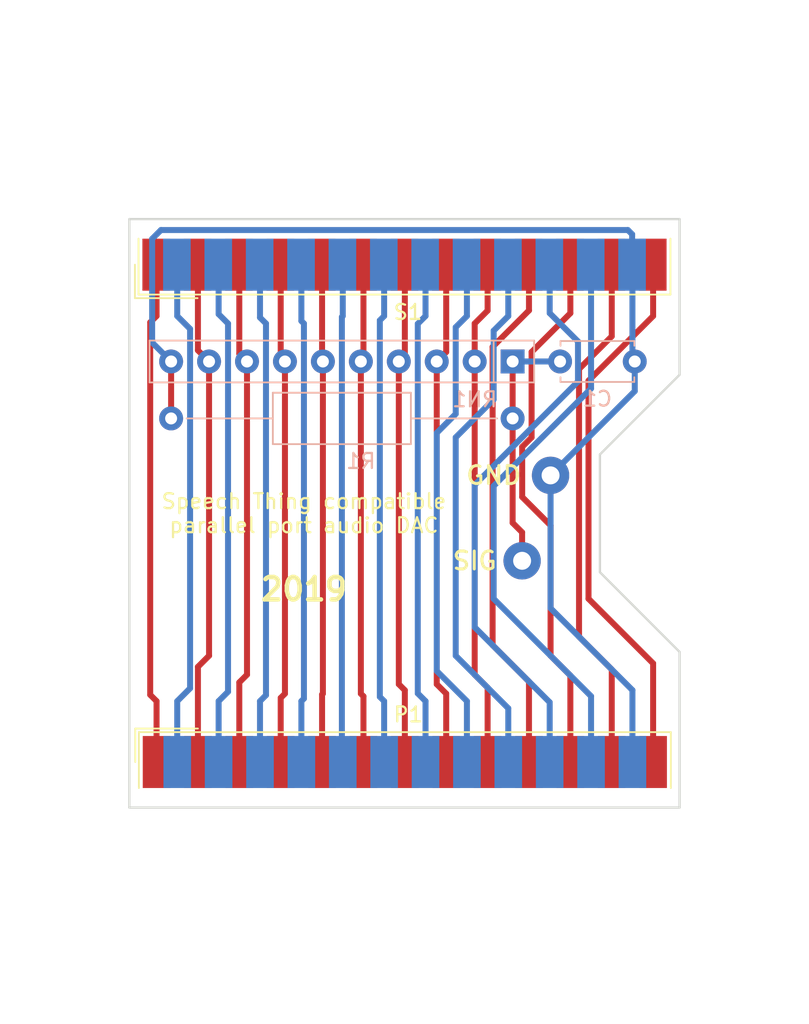
<source format=kicad_pcb>
(kicad_pcb (version 20171130) (host pcbnew 5.1.4-5.1.4)

  (general
    (thickness 1.6)
    (drawings 12)
    (tracks 175)
    (zones 0)
    (modules 7)
    (nets 27)
  )

  (page A4)
  (title_block
    (title "Generic 8 bit audio DAC")
    (date 2019-04-11)
    (company "Benedikt Freisen")
    (comment 4 "Speech Thing compatible parallel port audio DAC")
  )

  (layers
    (0 F.Cu signal)
    (31 B.Cu signal)
    (32 B.Adhes user)
    (33 F.Adhes user)
    (34 B.Paste user)
    (35 F.Paste user)
    (36 B.SilkS user)
    (37 F.SilkS user)
    (38 B.Mask user)
    (39 F.Mask user)
    (40 Dwgs.User user)
    (41 Cmts.User user)
    (42 Eco1.User user)
    (43 Eco2.User user)
    (44 Edge.Cuts user)
    (45 Margin user)
    (46 B.CrtYd user)
    (47 F.CrtYd user)
    (48 B.Fab user)
    (49 F.Fab user)
  )

  (setup
    (last_trace_width 0.4)
    (trace_clearance 0.2)
    (zone_clearance 0.508)
    (zone_45_only no)
    (trace_min 0.2)
    (via_size 0.8)
    (via_drill 0.4)
    (via_min_size 0.4)
    (via_min_drill 0.3)
    (uvia_size 0.3)
    (uvia_drill 0.1)
    (uvias_allowed no)
    (uvia_min_size 0.2)
    (uvia_min_drill 0.1)
    (edge_width 0.15)
    (segment_width 0.2)
    (pcb_text_width 0.3)
    (pcb_text_size 1.5 1.5)
    (mod_edge_width 0.15)
    (mod_text_size 1 1)
    (mod_text_width 0.15)
    (pad_size 2.5 2.5)
    (pad_drill 1.2)
    (pad_to_mask_clearance 0.051)
    (solder_mask_min_width 0.25)
    (aux_axis_origin 0 0)
    (visible_elements FFFFFF7F)
    (pcbplotparams
      (layerselection 0x010fc_ffffffff)
      (usegerberextensions false)
      (usegerberattributes false)
      (usegerberadvancedattributes false)
      (creategerberjobfile false)
      (excludeedgelayer true)
      (linewidth 0.100000)
      (plotframeref false)
      (viasonmask false)
      (mode 1)
      (useauxorigin false)
      (hpglpennumber 1)
      (hpglpenspeed 20)
      (hpglpendiameter 15.000000)
      (psnegative false)
      (psa4output false)
      (plotreference true)
      (plotvalue true)
      (plotinvisibletext false)
      (padsonsilk false)
      (subtractmaskfromsilk false)
      (outputformat 1)
      (mirror false)
      (drillshape 1)
      (scaleselection 1)
      (outputdirectory ""))
  )

  (net 0 "")
  (net 1 "Net-(C1-Pad1)")
  (net 2 GND)
  (net 3 "Net-(P1-Pad24)")
  (net 4 "Net-(P1-Pad23)")
  (net 5 "Net-(P1-Pad22)")
  (net 6 "Net-(P1-Pad21)")
  (net 7 "Net-(P1-Pad20)")
  (net 8 "Net-(P1-Pad19)")
  (net 9 "Net-(P1-Pad18)")
  (net 10 "Net-(P1-Pad17)")
  (net 11 "Net-(P1-Pad16)")
  (net 12 "Net-(P1-Pad15)")
  (net 13 "Net-(P1-Pad14)")
  (net 14 "Net-(P1-Pad13)")
  (net 15 "Net-(P1-Pad12)")
  (net 16 "Net-(P1-Pad11)")
  (net 17 "Net-(P1-Pad10)")
  (net 18 "Net-(P1-Pad9)")
  (net 19 "Net-(P1-Pad8)")
  (net 20 "Net-(P1-Pad7)")
  (net 21 "Net-(P1-Pad6)")
  (net 22 "Net-(P1-Pad5)")
  (net 23 "Net-(P1-Pad4)")
  (net 24 "Net-(P1-Pad3)")
  (net 25 "Net-(P1-Pad2)")
  (net 26 "Net-(P1-Pad1)")

  (net_class Default "Dies ist die voreingestellte Netzklasse."
    (clearance 0.2)
    (trace_width 0.4)
    (via_dia 0.8)
    (via_drill 0.4)
    (uvia_dia 0.3)
    (uvia_drill 0.1)
    (add_net GND)
    (add_net "Net-(C1-Pad1)")
    (add_net "Net-(P1-Pad1)")
    (add_net "Net-(P1-Pad10)")
    (add_net "Net-(P1-Pad11)")
    (add_net "Net-(P1-Pad12)")
    (add_net "Net-(P1-Pad13)")
    (add_net "Net-(P1-Pad14)")
    (add_net "Net-(P1-Pad15)")
    (add_net "Net-(P1-Pad16)")
    (add_net "Net-(P1-Pad17)")
    (add_net "Net-(P1-Pad18)")
    (add_net "Net-(P1-Pad19)")
    (add_net "Net-(P1-Pad2)")
    (add_net "Net-(P1-Pad20)")
    (add_net "Net-(P1-Pad21)")
    (add_net "Net-(P1-Pad22)")
    (add_net "Net-(P1-Pad23)")
    (add_net "Net-(P1-Pad24)")
    (add_net "Net-(P1-Pad3)")
    (add_net "Net-(P1-Pad4)")
    (add_net "Net-(P1-Pad5)")
    (add_net "Net-(P1-Pad6)")
    (add_net "Net-(P1-Pad7)")
    (add_net "Net-(P1-Pad8)")
    (add_net "Net-(P1-Pad9)")
  )

  (module Resistor_THT:R_Axial_DIN0309_L9.0mm_D3.2mm_P20.32mm_Horizontal (layer B.Cu) (tedit 5C59F3D4) (tstamp 5C5A2F0D)
    (at 143.51 77.47 180)
    (descr "Resistor, Axial_DIN0309 series, Axial, Horizontal, pin pitch=20.32mm, 0.5W = 1/2W, length*diameter=9*3.2mm^2, http://cdn-reichelt.de/documents/datenblatt/B400/1_4W%23YAG.pdf")
    (tags "Resistor Axial_DIN0309 series Axial Horizontal pin pitch 20.32mm 0.5W = 1/2W length 9mm diameter 3.2mm")
    (path /5C576FDF)
    (fp_text reference R1 (at 10.16 -2.8575 180) (layer B.SilkS)
      (effects (font (size 1 1) (thickness 0.15)) (justify mirror))
    )
    (fp_text value 25.5k (at 10.16 -2.72 180) (layer B.Fab)
      (effects (font (size 1 1) (thickness 0.15)) (justify mirror))
    )
    (fp_line (start 6.93 1.6) (end 6.93 -1.6) (layer B.Fab) (width 0.1))
    (fp_line (start 6.93 -1.6) (end 15.93 -1.6) (layer B.Fab) (width 0.1))
    (fp_line (start 15.93 -1.6) (end 15.93 1.6) (layer B.Fab) (width 0.1))
    (fp_line (start 15.93 1.6) (end 6.93 1.6) (layer B.Fab) (width 0.1))
    (fp_line (start 0 0) (end 6.93 0) (layer B.Fab) (width 0.1))
    (fp_line (start 22.86 0) (end 15.93 0) (layer B.Fab) (width 0.1))
    (fp_line (start 6.81 1.72) (end 6.81 -1.72) (layer B.SilkS) (width 0.12))
    (fp_line (start 6.81 -1.72) (end 16.05 -1.72) (layer B.SilkS) (width 0.12))
    (fp_line (start 16.05 -1.72) (end 16.05 1.72) (layer B.SilkS) (width 0.12))
    (fp_line (start 16.05 1.72) (end 6.81 1.72) (layer B.SilkS) (width 0.12))
    (fp_line (start 1.04 0) (end 6.81 0) (layer B.SilkS) (width 0.12))
    (fp_line (start 21.82 0) (end 16.05 0) (layer B.SilkS) (width 0.12))
    (fp_line (start -1.05 1.85) (end -1.05 -1.85) (layer B.CrtYd) (width 0.05))
    (fp_line (start -1.05 -1.85) (end 23.91 -1.85) (layer B.CrtYd) (width 0.05))
    (fp_line (start 23.91 -1.85) (end 23.91 1.85) (layer B.CrtYd) (width 0.05))
    (fp_line (start 23.91 1.85) (end -1.05 1.85) (layer B.CrtYd) (width 0.05))
    (fp_text user %R (at 11.43 0 180) (layer B.Fab)
      (effects (font (size 1 1) (thickness 0.15)) (justify mirror))
    )
    (pad 1 thru_hole circle (at 0 0 180) (size 1.6 1.6) (drill 0.8) (layers *.Cu *.Mask)
      (net 1 "Net-(C1-Pad1)"))
    (pad 2 thru_hole oval (at 22.86 0 180) (size 1.6 1.6) (drill 0.8) (layers *.Cu *.Mask)
      (net 2 GND))
    (model ${KISYS3DMOD}/Resistor_THT.3dshapes/R_Axial_DIN0309_L9.0mm_D3.2mm_P20.32mm_Horizontal.wrl
      (at (xyz 0 0 0))
      (scale (xyz 1.125 1 1))
      (rotate (xyz 0 0 0))
    )
  )

  (module Resistor_THT:R_Array_SIP10 (layer B.Cu) (tedit 5A14249F) (tstamp 5C5A36A0)
    (at 143.51 73.66 180)
    (descr "10-pin Resistor SIP pack")
    (tags R)
    (path /5C576B95)
    (fp_text reference RN1 (at 2.54 -2.54 180) (layer B.SilkS)
      (effects (font (size 1 1) (thickness 0.15)) (justify mirror))
    )
    (fp_text value 4310R-R2R-104LF (at 12.7 -2.4 180) (layer B.Fab)
      (effects (font (size 1 1) (thickness 0.15)) (justify mirror))
    )
    (fp_text user %R (at 11.43 0 180) (layer B.Fab)
      (effects (font (size 1 1) (thickness 0.15)) (justify mirror))
    )
    (fp_line (start -1.29 1.25) (end -1.29 -1.25) (layer B.Fab) (width 0.1))
    (fp_line (start -1.29 -1.25) (end 24.15 -1.25) (layer B.Fab) (width 0.1))
    (fp_line (start 24.15 -1.25) (end 24.15 1.25) (layer B.Fab) (width 0.1))
    (fp_line (start 24.15 1.25) (end -1.29 1.25) (layer B.Fab) (width 0.1))
    (fp_line (start 1.27 1.25) (end 1.27 -1.25) (layer B.Fab) (width 0.1))
    (fp_line (start -1.44 1.4) (end -1.44 -1.4) (layer B.SilkS) (width 0.12))
    (fp_line (start -1.44 -1.4) (end 24.3 -1.4) (layer B.SilkS) (width 0.12))
    (fp_line (start 24.3 -1.4) (end 24.3 1.4) (layer B.SilkS) (width 0.12))
    (fp_line (start 24.3 1.4) (end -1.44 1.4) (layer B.SilkS) (width 0.12))
    (fp_line (start 1.27 1.4) (end 1.27 -1.4) (layer B.SilkS) (width 0.12))
    (fp_line (start -1.7 1.65) (end -1.7 -1.65) (layer B.CrtYd) (width 0.05))
    (fp_line (start -1.7 -1.65) (end 24.55 -1.65) (layer B.CrtYd) (width 0.05))
    (fp_line (start 24.55 -1.65) (end 24.55 1.65) (layer B.CrtYd) (width 0.05))
    (fp_line (start 24.55 1.65) (end -1.7 1.65) (layer B.CrtYd) (width 0.05))
    (pad 1 thru_hole rect (at 0 0 180) (size 1.6 1.6) (drill 0.8) (layers *.Cu *.Mask)
      (net 1 "Net-(C1-Pad1)"))
    (pad 2 thru_hole oval (at 2.54 0 180) (size 1.6 1.6) (drill 0.8) (layers *.Cu *.Mask)
      (net 18 "Net-(P1-Pad9)"))
    (pad 3 thru_hole oval (at 5.08 0 180) (size 1.6 1.6) (drill 0.8) (layers *.Cu *.Mask)
      (net 19 "Net-(P1-Pad8)"))
    (pad 4 thru_hole oval (at 7.62 0 180) (size 1.6 1.6) (drill 0.8) (layers *.Cu *.Mask)
      (net 20 "Net-(P1-Pad7)"))
    (pad 5 thru_hole oval (at 10.16 0 180) (size 1.6 1.6) (drill 0.8) (layers *.Cu *.Mask)
      (net 21 "Net-(P1-Pad6)"))
    (pad 6 thru_hole oval (at 12.7 0 180) (size 1.6 1.6) (drill 0.8) (layers *.Cu *.Mask)
      (net 22 "Net-(P1-Pad5)"))
    (pad 7 thru_hole oval (at 15.24 0 180) (size 1.6 1.6) (drill 0.8) (layers *.Cu *.Mask)
      (net 23 "Net-(P1-Pad4)"))
    (pad 8 thru_hole oval (at 17.78 0 180) (size 1.6 1.6) (drill 0.8) (layers *.Cu *.Mask)
      (net 24 "Net-(P1-Pad3)"))
    (pad 9 thru_hole oval (at 20.32 0 180) (size 1.6 1.6) (drill 0.8) (layers *.Cu *.Mask)
      (net 25 "Net-(P1-Pad2)"))
    (pad 10 thru_hole oval (at 22.86 0 180) (size 1.6 1.6) (drill 0.8) (layers *.Cu *.Mask)
      (net 2 GND))
    (model ${KISYS3DMOD}/Resistor_THT.3dshapes/R_Array_SIP10.wrl
      (at (xyz 0 0 0))
      (scale (xyz 1 1 1))
      (rotate (xyz 0 0 0))
    )
  )

  (module Connector_Dsub:DSUB-25_Male_EdgeMount_P2.77mm (layer F.Cu) (tedit 59FEDEE2) (tstamp 5CAFAEA5)
    (at 136.295001 100.457)
    (descr "25-pin D-Sub connector, solder-cups edge-mounted, male, x-pin-pitch 2.77mm, distance of mounting holes 47.1mm, see https://disti-assets.s3.amazonaws.com/tonar/files/datasheets/16730.pdf")
    (tags "25-pin D-Sub connector edge mount solder cup male x-pin-pitch 2.77mm mounting holes distance 47.1mm")
    (path /5C576E6C)
    (attr smd)
    (fp_text reference P1 (at 0.229999 -3.175) (layer F.SilkS)
      (effects (font (size 1 1) (thickness 0.15)))
    )
    (fp_text value DB25_Male (at 0 16.69) (layer F.Fab)
      (effects (font (size 1 1) (thickness 0.15)))
    )
    (fp_text user "PCB edge" (at -21.55 1.323333) (layer Dwgs.User)
      (effects (font (size 0.5 0.5) (thickness 0.075)))
    )
    (fp_text user %R (at 0 3.39) (layer F.Fab)
      (effects (font (size 1 1) (thickness 0.15)))
    )
    (fp_line (start -26.55 1.99) (end 26.55 1.99) (layer Dwgs.User) (width 0.05))
    (fp_line (start -18.043333 -2.24) (end -13.85 -2.24) (layer F.SilkS) (width 0.12))
    (fp_line (start -18.043333 0) (end -18.043333 -2.24) (layer F.SilkS) (width 0.12))
    (fp_line (start -17.803333 -2) (end -17.803333 1.74) (layer F.SilkS) (width 0.12))
    (fp_line (start 17.803333 -2) (end -17.803333 -2) (layer F.SilkS) (width 0.12))
    (fp_line (start 17.803333 1.74) (end 17.803333 -2) (layer F.SilkS) (width 0.12))
    (fp_line (start -18.05 1.5) (end -18.05 -2.25) (layer F.CrtYd) (width 0.05))
    (fp_line (start -19.05 1.5) (end -18.05 1.5) (layer F.CrtYd) (width 0.05))
    (fp_line (start -19.05 4.3) (end -19.05 1.5) (layer F.CrtYd) (width 0.05))
    (fp_line (start -20.05 4.3) (end -19.05 4.3) (layer F.CrtYd) (width 0.05))
    (fp_line (start -20.05 8.8) (end -20.05 4.3) (layer F.CrtYd) (width 0.05))
    (fp_line (start -27.05 8.8) (end -20.05 8.8) (layer F.CrtYd) (width 0.05))
    (fp_line (start -27.05 10.2) (end -27.05 8.8) (layer F.CrtYd) (width 0.05))
    (fp_line (start -19.65 10.2) (end -27.05 10.2) (layer F.CrtYd) (width 0.05))
    (fp_line (start -19.65 16.2) (end -19.65 10.2) (layer F.CrtYd) (width 0.05))
    (fp_line (start 19.65 16.2) (end -19.65 16.2) (layer F.CrtYd) (width 0.05))
    (fp_line (start 19.65 10.2) (end 19.65 16.2) (layer F.CrtYd) (width 0.05))
    (fp_line (start 27.05 10.2) (end 19.65 10.2) (layer F.CrtYd) (width 0.05))
    (fp_line (start 27.05 8.8) (end 27.05 10.2) (layer F.CrtYd) (width 0.05))
    (fp_line (start 20.05 8.8) (end 27.05 8.8) (layer F.CrtYd) (width 0.05))
    (fp_line (start 20.05 4.3) (end 20.05 8.8) (layer F.CrtYd) (width 0.05))
    (fp_line (start 19.05 4.3) (end 20.05 4.3) (layer F.CrtYd) (width 0.05))
    (fp_line (start 19.05 1.5) (end 19.05 4.3) (layer F.CrtYd) (width 0.05))
    (fp_line (start 18.05 1.5) (end 19.05 1.5) (layer F.CrtYd) (width 0.05))
    (fp_line (start 18.05 -2.25) (end 18.05 1.5) (layer F.CrtYd) (width 0.05))
    (fp_line (start -18.05 -2.25) (end 18.05 -2.25) (layer F.CrtYd) (width 0.05))
    (fp_line (start 19.15 9.69) (end -19.15 9.69) (layer F.Fab) (width 0.1))
    (fp_line (start 19.15 15.69) (end 19.15 9.69) (layer F.Fab) (width 0.1))
    (fp_line (start -19.15 15.69) (end 19.15 15.69) (layer F.Fab) (width 0.1))
    (fp_line (start -19.15 9.69) (end -19.15 15.69) (layer F.Fab) (width 0.1))
    (fp_line (start 26.55 9.29) (end -26.55 9.29) (layer F.Fab) (width 0.1))
    (fp_line (start 26.55 9.69) (end 26.55 9.29) (layer F.Fab) (width 0.1))
    (fp_line (start -26.55 9.69) (end 26.55 9.69) (layer F.Fab) (width 0.1))
    (fp_line (start -26.55 9.29) (end -26.55 9.69) (layer F.Fab) (width 0.1))
    (fp_line (start 19.55 4.79) (end -19.55 4.79) (layer F.Fab) (width 0.1))
    (fp_line (start 19.55 9.29) (end 19.55 4.79) (layer F.Fab) (width 0.1))
    (fp_line (start -19.55 9.29) (end 19.55 9.29) (layer F.Fab) (width 0.1))
    (fp_line (start -19.55 4.79) (end -19.55 9.29) (layer F.Fab) (width 0.1))
    (fp_line (start 18.55 1.99) (end -18.55 1.99) (layer F.Fab) (width 0.1))
    (fp_line (start 18.55 4.79) (end 18.55 1.99) (layer F.Fab) (width 0.1))
    (fp_line (start -18.55 4.79) (end 18.55 4.79) (layer F.Fab) (width 0.1))
    (fp_line (start -18.55 1.99) (end -18.55 4.79) (layer F.Fab) (width 0.1))
    (fp_line (start 15.835 -0.91) (end 14.635 -0.91) (layer B.Fab) (width 0.1))
    (fp_line (start 15.835 1.99) (end 15.835 -0.91) (layer B.Fab) (width 0.1))
    (fp_line (start 14.635 1.99) (end 15.835 1.99) (layer B.Fab) (width 0.1))
    (fp_line (start 14.635 -0.91) (end 14.635 1.99) (layer B.Fab) (width 0.1))
    (fp_line (start 13.065 -0.91) (end 11.865 -0.91) (layer B.Fab) (width 0.1))
    (fp_line (start 13.065 1.99) (end 13.065 -0.91) (layer B.Fab) (width 0.1))
    (fp_line (start 11.865 1.99) (end 13.065 1.99) (layer B.Fab) (width 0.1))
    (fp_line (start 11.865 -0.91) (end 11.865 1.99) (layer B.Fab) (width 0.1))
    (fp_line (start 10.295 -0.91) (end 9.095 -0.91) (layer B.Fab) (width 0.1))
    (fp_line (start 10.295 1.99) (end 10.295 -0.91) (layer B.Fab) (width 0.1))
    (fp_line (start 9.095 1.99) (end 10.295 1.99) (layer B.Fab) (width 0.1))
    (fp_line (start 9.095 -0.91) (end 9.095 1.99) (layer B.Fab) (width 0.1))
    (fp_line (start 7.525 -0.91) (end 6.325 -0.91) (layer B.Fab) (width 0.1))
    (fp_line (start 7.525 1.99) (end 7.525 -0.91) (layer B.Fab) (width 0.1))
    (fp_line (start 6.325 1.99) (end 7.525 1.99) (layer B.Fab) (width 0.1))
    (fp_line (start 6.325 -0.91) (end 6.325 1.99) (layer B.Fab) (width 0.1))
    (fp_line (start 4.755 -0.91) (end 3.555 -0.91) (layer B.Fab) (width 0.1))
    (fp_line (start 4.755 1.99) (end 4.755 -0.91) (layer B.Fab) (width 0.1))
    (fp_line (start 3.555 1.99) (end 4.755 1.99) (layer B.Fab) (width 0.1))
    (fp_line (start 3.555 -0.91) (end 3.555 1.99) (layer B.Fab) (width 0.1))
    (fp_line (start 1.985 -0.91) (end 0.785 -0.91) (layer B.Fab) (width 0.1))
    (fp_line (start 1.985 1.99) (end 1.985 -0.91) (layer B.Fab) (width 0.1))
    (fp_line (start 0.785 1.99) (end 1.985 1.99) (layer B.Fab) (width 0.1))
    (fp_line (start 0.785 -0.91) (end 0.785 1.99) (layer B.Fab) (width 0.1))
    (fp_line (start -0.785 -0.91) (end -1.985 -0.91) (layer B.Fab) (width 0.1))
    (fp_line (start -0.785 1.99) (end -0.785 -0.91) (layer B.Fab) (width 0.1))
    (fp_line (start -1.985 1.99) (end -0.785 1.99) (layer B.Fab) (width 0.1))
    (fp_line (start -1.985 -0.91) (end -1.985 1.99) (layer B.Fab) (width 0.1))
    (fp_line (start -3.555 -0.91) (end -4.755 -0.91) (layer B.Fab) (width 0.1))
    (fp_line (start -3.555 1.99) (end -3.555 -0.91) (layer B.Fab) (width 0.1))
    (fp_line (start -4.755 1.99) (end -3.555 1.99) (layer B.Fab) (width 0.1))
    (fp_line (start -4.755 -0.91) (end -4.755 1.99) (layer B.Fab) (width 0.1))
    (fp_line (start -6.325 -0.91) (end -7.525 -0.91) (layer B.Fab) (width 0.1))
    (fp_line (start -6.325 1.99) (end -6.325 -0.91) (layer B.Fab) (width 0.1))
    (fp_line (start -7.525 1.99) (end -6.325 1.99) (layer B.Fab) (width 0.1))
    (fp_line (start -7.525 -0.91) (end -7.525 1.99) (layer B.Fab) (width 0.1))
    (fp_line (start -9.095 -0.91) (end -10.295 -0.91) (layer B.Fab) (width 0.1))
    (fp_line (start -9.095 1.99) (end -9.095 -0.91) (layer B.Fab) (width 0.1))
    (fp_line (start -10.295 1.99) (end -9.095 1.99) (layer B.Fab) (width 0.1))
    (fp_line (start -10.295 -0.91) (end -10.295 1.99) (layer B.Fab) (width 0.1))
    (fp_line (start -11.865 -0.91) (end -13.065 -0.91) (layer B.Fab) (width 0.1))
    (fp_line (start -11.865 1.99) (end -11.865 -0.91) (layer B.Fab) (width 0.1))
    (fp_line (start -13.065 1.99) (end -11.865 1.99) (layer B.Fab) (width 0.1))
    (fp_line (start -13.065 -0.91) (end -13.065 1.99) (layer B.Fab) (width 0.1))
    (fp_line (start -14.635 -0.91) (end -15.835 -0.91) (layer B.Fab) (width 0.1))
    (fp_line (start -14.635 1.99) (end -14.635 -0.91) (layer B.Fab) (width 0.1))
    (fp_line (start -15.835 1.99) (end -14.635 1.99) (layer B.Fab) (width 0.1))
    (fp_line (start -15.835 -0.91) (end -15.835 1.99) (layer B.Fab) (width 0.1))
    (fp_line (start 17.22 -0.91) (end 16.02 -0.91) (layer F.Fab) (width 0.1))
    (fp_line (start 17.22 1.99) (end 17.22 -0.91) (layer F.Fab) (width 0.1))
    (fp_line (start 16.02 1.99) (end 17.22 1.99) (layer F.Fab) (width 0.1))
    (fp_line (start 16.02 -0.91) (end 16.02 1.99) (layer F.Fab) (width 0.1))
    (fp_line (start 14.45 -0.91) (end 13.25 -0.91) (layer F.Fab) (width 0.1))
    (fp_line (start 14.45 1.99) (end 14.45 -0.91) (layer F.Fab) (width 0.1))
    (fp_line (start 13.25 1.99) (end 14.45 1.99) (layer F.Fab) (width 0.1))
    (fp_line (start 13.25 -0.91) (end 13.25 1.99) (layer F.Fab) (width 0.1))
    (fp_line (start 11.68 -0.91) (end 10.48 -0.91) (layer F.Fab) (width 0.1))
    (fp_line (start 11.68 1.99) (end 11.68 -0.91) (layer F.Fab) (width 0.1))
    (fp_line (start 10.48 1.99) (end 11.68 1.99) (layer F.Fab) (width 0.1))
    (fp_line (start 10.48 -0.91) (end 10.48 1.99) (layer F.Fab) (width 0.1))
    (fp_line (start 8.91 -0.91) (end 7.71 -0.91) (layer F.Fab) (width 0.1))
    (fp_line (start 8.91 1.99) (end 8.91 -0.91) (layer F.Fab) (width 0.1))
    (fp_line (start 7.71 1.99) (end 8.91 1.99) (layer F.Fab) (width 0.1))
    (fp_line (start 7.71 -0.91) (end 7.71 1.99) (layer F.Fab) (width 0.1))
    (fp_line (start 6.14 -0.91) (end 4.94 -0.91) (layer F.Fab) (width 0.1))
    (fp_line (start 6.14 1.99) (end 6.14 -0.91) (layer F.Fab) (width 0.1))
    (fp_line (start 4.94 1.99) (end 6.14 1.99) (layer F.Fab) (width 0.1))
    (fp_line (start 4.94 -0.91) (end 4.94 1.99) (layer F.Fab) (width 0.1))
    (fp_line (start 3.37 -0.91) (end 2.17 -0.91) (layer F.Fab) (width 0.1))
    (fp_line (start 3.37 1.99) (end 3.37 -0.91) (layer F.Fab) (width 0.1))
    (fp_line (start 2.17 1.99) (end 3.37 1.99) (layer F.Fab) (width 0.1))
    (fp_line (start 2.17 -0.91) (end 2.17 1.99) (layer F.Fab) (width 0.1))
    (fp_line (start 0.6 -0.91) (end -0.6 -0.91) (layer F.Fab) (width 0.1))
    (fp_line (start 0.6 1.99) (end 0.6 -0.91) (layer F.Fab) (width 0.1))
    (fp_line (start -0.6 1.99) (end 0.6 1.99) (layer F.Fab) (width 0.1))
    (fp_line (start -0.6 -0.91) (end -0.6 1.99) (layer F.Fab) (width 0.1))
    (fp_line (start -2.17 -0.91) (end -3.37 -0.91) (layer F.Fab) (width 0.1))
    (fp_line (start -2.17 1.99) (end -2.17 -0.91) (layer F.Fab) (width 0.1))
    (fp_line (start -3.37 1.99) (end -2.17 1.99) (layer F.Fab) (width 0.1))
    (fp_line (start -3.37 -0.91) (end -3.37 1.99) (layer F.Fab) (width 0.1))
    (fp_line (start -4.94 -0.91) (end -6.14 -0.91) (layer F.Fab) (width 0.1))
    (fp_line (start -4.94 1.99) (end -4.94 -0.91) (layer F.Fab) (width 0.1))
    (fp_line (start -6.14 1.99) (end -4.94 1.99) (layer F.Fab) (width 0.1))
    (fp_line (start -6.14 -0.91) (end -6.14 1.99) (layer F.Fab) (width 0.1))
    (fp_line (start -7.71 -0.91) (end -8.91 -0.91) (layer F.Fab) (width 0.1))
    (fp_line (start -7.71 1.99) (end -7.71 -0.91) (layer F.Fab) (width 0.1))
    (fp_line (start -8.91 1.99) (end -7.71 1.99) (layer F.Fab) (width 0.1))
    (fp_line (start -8.91 -0.91) (end -8.91 1.99) (layer F.Fab) (width 0.1))
    (fp_line (start -10.48 -0.91) (end -11.68 -0.91) (layer F.Fab) (width 0.1))
    (fp_line (start -10.48 1.99) (end -10.48 -0.91) (layer F.Fab) (width 0.1))
    (fp_line (start -11.68 1.99) (end -10.48 1.99) (layer F.Fab) (width 0.1))
    (fp_line (start -11.68 -0.91) (end -11.68 1.99) (layer F.Fab) (width 0.1))
    (fp_line (start -13.25 -0.91) (end -14.45 -0.91) (layer F.Fab) (width 0.1))
    (fp_line (start -13.25 1.99) (end -13.25 -0.91) (layer F.Fab) (width 0.1))
    (fp_line (start -14.45 1.99) (end -13.25 1.99) (layer F.Fab) (width 0.1))
    (fp_line (start -14.45 -0.91) (end -14.45 1.99) (layer F.Fab) (width 0.1))
    (fp_line (start -16.02 -0.91) (end -17.22 -0.91) (layer F.Fab) (width 0.1))
    (fp_line (start -16.02 1.99) (end -16.02 -0.91) (layer F.Fab) (width 0.1))
    (fp_line (start -17.22 1.99) (end -16.02 1.99) (layer F.Fab) (width 0.1))
    (fp_line (start -17.22 -0.91) (end -17.22 1.99) (layer F.Fab) (width 0.1))
    (pad 25 smd rect (at 15.235 0) (size 1.846667 3.48) (layers B.Cu B.Paste B.Mask)
      (net 2 GND))
    (pad 24 smd rect (at 12.465 0) (size 1.846667 3.48) (layers B.Cu B.Paste B.Mask)
      (net 3 "Net-(P1-Pad24)"))
    (pad 23 smd rect (at 9.695 0) (size 1.846667 3.48) (layers B.Cu B.Paste B.Mask)
      (net 4 "Net-(P1-Pad23)"))
    (pad 22 smd rect (at 6.925 0) (size 1.846667 3.48) (layers B.Cu B.Paste B.Mask)
      (net 5 "Net-(P1-Pad22)"))
    (pad 21 smd rect (at 4.155 0) (size 1.846667 3.48) (layers B.Cu B.Paste B.Mask)
      (net 6 "Net-(P1-Pad21)"))
    (pad 20 smd rect (at 1.385 0) (size 1.846667 3.48) (layers B.Cu B.Paste B.Mask)
      (net 7 "Net-(P1-Pad20)"))
    (pad 19 smd rect (at -1.385 0) (size 1.846667 3.48) (layers B.Cu B.Paste B.Mask)
      (net 8 "Net-(P1-Pad19)"))
    (pad 18 smd rect (at -4.155 0) (size 1.846667 3.48) (layers B.Cu B.Paste B.Mask)
      (net 9 "Net-(P1-Pad18)"))
    (pad 17 smd rect (at -6.925 0) (size 1.846667 3.48) (layers B.Cu B.Paste B.Mask)
      (net 10 "Net-(P1-Pad17)"))
    (pad 16 smd rect (at -9.695 0) (size 1.846667 3.48) (layers B.Cu B.Paste B.Mask)
      (net 11 "Net-(P1-Pad16)"))
    (pad 15 smd rect (at -12.465 0) (size 1.846667 3.48) (layers B.Cu B.Paste B.Mask)
      (net 12 "Net-(P1-Pad15)"))
    (pad 14 smd rect (at -15.235 0) (size 1.846667 3.48) (layers B.Cu B.Paste B.Mask)
      (net 13 "Net-(P1-Pad14)"))
    (pad 13 smd rect (at 16.62 0) (size 1.846667 3.48) (layers F.Cu F.Paste F.Mask)
      (net 14 "Net-(P1-Pad13)"))
    (pad 12 smd rect (at 13.85 0) (size 1.846667 3.48) (layers F.Cu F.Paste F.Mask)
      (net 15 "Net-(P1-Pad12)"))
    (pad 11 smd rect (at 11.08 0) (size 1.846667 3.48) (layers F.Cu F.Paste F.Mask)
      (net 16 "Net-(P1-Pad11)"))
    (pad 10 smd rect (at 8.31 0) (size 1.846667 3.48) (layers F.Cu F.Paste F.Mask)
      (net 17 "Net-(P1-Pad10)"))
    (pad 9 smd rect (at 5.54 0) (size 1.846667 3.48) (layers F.Cu F.Paste F.Mask)
      (net 18 "Net-(P1-Pad9)"))
    (pad 8 smd rect (at 2.77 0) (size 1.846667 3.48) (layers F.Cu F.Paste F.Mask)
      (net 19 "Net-(P1-Pad8)"))
    (pad 7 smd rect (at 0 0) (size 1.846667 3.48) (layers F.Cu F.Paste F.Mask)
      (net 20 "Net-(P1-Pad7)"))
    (pad 6 smd rect (at -2.77 0) (size 1.846667 3.48) (layers F.Cu F.Paste F.Mask)
      (net 21 "Net-(P1-Pad6)"))
    (pad 5 smd rect (at -5.54 0) (size 1.846667 3.48) (layers F.Cu F.Paste F.Mask)
      (net 22 "Net-(P1-Pad5)"))
    (pad 4 smd rect (at -8.31 0) (size 1.846667 3.48) (layers F.Cu F.Paste F.Mask)
      (net 23 "Net-(P1-Pad4)"))
    (pad 3 smd rect (at -11.08 0) (size 1.846667 3.48) (layers F.Cu F.Paste F.Mask)
      (net 24 "Net-(P1-Pad3)"))
    (pad 2 smd rect (at -13.85 0) (size 1.846667 3.48) (layers F.Cu F.Paste F.Mask)
      (net 25 "Net-(P1-Pad2)"))
    (pad 1 smd rect (at -16.62 0) (size 1.846667 3.48) (layers F.Cu F.Paste F.Mask)
      (net 26 "Net-(P1-Pad1)"))
    (model ${KISYS3DMOD}/Connector_Dsub.3dshapes/DSUB-25_Male_EdgeMount_P2.77mm.wrl
      (at (xyz 0 0 0))
      (scale (xyz 1 1 1))
      (rotate (xyz 0 0 0))
    )
  )

  (module Connector_Dsub:DSUB-25_Female_EdgeMount_P2.77mm (layer F.Cu) (tedit 59FEDEE2) (tstamp 5C5A1BDD)
    (at 136.271 67.183 180)
    (descr "25-pin D-Sub connector, solder-cups edge-mounted, female, x-pin-pitch 2.77mm, distance of mounting holes 47.1mm, see https://disti-assets.s3.amazonaws.com/tonar/files/datasheets/16730.pdf")
    (tags "25-pin D-Sub connector edge mount solder cup female x-pin-pitch 2.77mm mounting holes distance 47.1mm")
    (path /5C576D6D)
    (attr smd)
    (fp_text reference S1 (at -0.229999 -3.175 180) (layer F.SilkS)
      (effects (font (size 1 1) (thickness 0.15)))
    )
    (fp_text value DB25_Female (at 0 16.86 180) (layer F.Fab)
      (effects (font (size 1 1) (thickness 0.15)))
    )
    (fp_line (start 16.02 -0.91) (end 16.02 1.99) (layer F.Fab) (width 0.1))
    (fp_line (start 16.02 1.99) (end 17.22 1.99) (layer F.Fab) (width 0.1))
    (fp_line (start 17.22 1.99) (end 17.22 -0.91) (layer F.Fab) (width 0.1))
    (fp_line (start 17.22 -0.91) (end 16.02 -0.91) (layer F.Fab) (width 0.1))
    (fp_line (start 13.25 -0.91) (end 13.25 1.99) (layer F.Fab) (width 0.1))
    (fp_line (start 13.25 1.99) (end 14.45 1.99) (layer F.Fab) (width 0.1))
    (fp_line (start 14.45 1.99) (end 14.45 -0.91) (layer F.Fab) (width 0.1))
    (fp_line (start 14.45 -0.91) (end 13.25 -0.91) (layer F.Fab) (width 0.1))
    (fp_line (start 10.48 -0.91) (end 10.48 1.99) (layer F.Fab) (width 0.1))
    (fp_line (start 10.48 1.99) (end 11.68 1.99) (layer F.Fab) (width 0.1))
    (fp_line (start 11.68 1.99) (end 11.68 -0.91) (layer F.Fab) (width 0.1))
    (fp_line (start 11.68 -0.91) (end 10.48 -0.91) (layer F.Fab) (width 0.1))
    (fp_line (start 7.71 -0.91) (end 7.71 1.99) (layer F.Fab) (width 0.1))
    (fp_line (start 7.71 1.99) (end 8.91 1.99) (layer F.Fab) (width 0.1))
    (fp_line (start 8.91 1.99) (end 8.91 -0.91) (layer F.Fab) (width 0.1))
    (fp_line (start 8.91 -0.91) (end 7.71 -0.91) (layer F.Fab) (width 0.1))
    (fp_line (start 4.94 -0.91) (end 4.94 1.99) (layer F.Fab) (width 0.1))
    (fp_line (start 4.94 1.99) (end 6.14 1.99) (layer F.Fab) (width 0.1))
    (fp_line (start 6.14 1.99) (end 6.14 -0.91) (layer F.Fab) (width 0.1))
    (fp_line (start 6.14 -0.91) (end 4.94 -0.91) (layer F.Fab) (width 0.1))
    (fp_line (start 2.17 -0.91) (end 2.17 1.99) (layer F.Fab) (width 0.1))
    (fp_line (start 2.17 1.99) (end 3.37 1.99) (layer F.Fab) (width 0.1))
    (fp_line (start 3.37 1.99) (end 3.37 -0.91) (layer F.Fab) (width 0.1))
    (fp_line (start 3.37 -0.91) (end 2.17 -0.91) (layer F.Fab) (width 0.1))
    (fp_line (start -0.6 -0.91) (end -0.6 1.99) (layer F.Fab) (width 0.1))
    (fp_line (start -0.6 1.99) (end 0.6 1.99) (layer F.Fab) (width 0.1))
    (fp_line (start 0.6 1.99) (end 0.6 -0.91) (layer F.Fab) (width 0.1))
    (fp_line (start 0.6 -0.91) (end -0.6 -0.91) (layer F.Fab) (width 0.1))
    (fp_line (start -3.37 -0.91) (end -3.37 1.99) (layer F.Fab) (width 0.1))
    (fp_line (start -3.37 1.99) (end -2.17 1.99) (layer F.Fab) (width 0.1))
    (fp_line (start -2.17 1.99) (end -2.17 -0.91) (layer F.Fab) (width 0.1))
    (fp_line (start -2.17 -0.91) (end -3.37 -0.91) (layer F.Fab) (width 0.1))
    (fp_line (start -6.14 -0.91) (end -6.14 1.99) (layer F.Fab) (width 0.1))
    (fp_line (start -6.14 1.99) (end -4.94 1.99) (layer F.Fab) (width 0.1))
    (fp_line (start -4.94 1.99) (end -4.94 -0.91) (layer F.Fab) (width 0.1))
    (fp_line (start -4.94 -0.91) (end -6.14 -0.91) (layer F.Fab) (width 0.1))
    (fp_line (start -8.91 -0.91) (end -8.91 1.99) (layer F.Fab) (width 0.1))
    (fp_line (start -8.91 1.99) (end -7.71 1.99) (layer F.Fab) (width 0.1))
    (fp_line (start -7.71 1.99) (end -7.71 -0.91) (layer F.Fab) (width 0.1))
    (fp_line (start -7.71 -0.91) (end -8.91 -0.91) (layer F.Fab) (width 0.1))
    (fp_line (start -11.68 -0.91) (end -11.68 1.99) (layer F.Fab) (width 0.1))
    (fp_line (start -11.68 1.99) (end -10.48 1.99) (layer F.Fab) (width 0.1))
    (fp_line (start -10.48 1.99) (end -10.48 -0.91) (layer F.Fab) (width 0.1))
    (fp_line (start -10.48 -0.91) (end -11.68 -0.91) (layer F.Fab) (width 0.1))
    (fp_line (start -14.45 -0.91) (end -14.45 1.99) (layer F.Fab) (width 0.1))
    (fp_line (start -14.45 1.99) (end -13.25 1.99) (layer F.Fab) (width 0.1))
    (fp_line (start -13.25 1.99) (end -13.25 -0.91) (layer F.Fab) (width 0.1))
    (fp_line (start -13.25 -0.91) (end -14.45 -0.91) (layer F.Fab) (width 0.1))
    (fp_line (start -17.22 -0.91) (end -17.22 1.99) (layer F.Fab) (width 0.1))
    (fp_line (start -17.22 1.99) (end -16.02 1.99) (layer F.Fab) (width 0.1))
    (fp_line (start -16.02 1.99) (end -16.02 -0.91) (layer F.Fab) (width 0.1))
    (fp_line (start -16.02 -0.91) (end -17.22 -0.91) (layer F.Fab) (width 0.1))
    (fp_line (start 14.635 -0.91) (end 14.635 1.99) (layer B.Fab) (width 0.1))
    (fp_line (start 14.635 1.99) (end 15.835 1.99) (layer B.Fab) (width 0.1))
    (fp_line (start 15.835 1.99) (end 15.835 -0.91) (layer B.Fab) (width 0.1))
    (fp_line (start 15.835 -0.91) (end 14.635 -0.91) (layer B.Fab) (width 0.1))
    (fp_line (start 11.865 -0.91) (end 11.865 1.99) (layer B.Fab) (width 0.1))
    (fp_line (start 11.865 1.99) (end 13.065 1.99) (layer B.Fab) (width 0.1))
    (fp_line (start 13.065 1.99) (end 13.065 -0.91) (layer B.Fab) (width 0.1))
    (fp_line (start 13.065 -0.91) (end 11.865 -0.91) (layer B.Fab) (width 0.1))
    (fp_line (start 9.095 -0.91) (end 9.095 1.99) (layer B.Fab) (width 0.1))
    (fp_line (start 9.095 1.99) (end 10.295 1.99) (layer B.Fab) (width 0.1))
    (fp_line (start 10.295 1.99) (end 10.295 -0.91) (layer B.Fab) (width 0.1))
    (fp_line (start 10.295 -0.91) (end 9.095 -0.91) (layer B.Fab) (width 0.1))
    (fp_line (start 6.325 -0.91) (end 6.325 1.99) (layer B.Fab) (width 0.1))
    (fp_line (start 6.325 1.99) (end 7.525 1.99) (layer B.Fab) (width 0.1))
    (fp_line (start 7.525 1.99) (end 7.525 -0.91) (layer B.Fab) (width 0.1))
    (fp_line (start 7.525 -0.91) (end 6.325 -0.91) (layer B.Fab) (width 0.1))
    (fp_line (start 3.555 -0.91) (end 3.555 1.99) (layer B.Fab) (width 0.1))
    (fp_line (start 3.555 1.99) (end 4.755 1.99) (layer B.Fab) (width 0.1))
    (fp_line (start 4.755 1.99) (end 4.755 -0.91) (layer B.Fab) (width 0.1))
    (fp_line (start 4.755 -0.91) (end 3.555 -0.91) (layer B.Fab) (width 0.1))
    (fp_line (start 0.785 -0.91) (end 0.785 1.99) (layer B.Fab) (width 0.1))
    (fp_line (start 0.785 1.99) (end 1.985 1.99) (layer B.Fab) (width 0.1))
    (fp_line (start 1.985 1.99) (end 1.985 -0.91) (layer B.Fab) (width 0.1))
    (fp_line (start 1.985 -0.91) (end 0.785 -0.91) (layer B.Fab) (width 0.1))
    (fp_line (start -1.985 -0.91) (end -1.985 1.99) (layer B.Fab) (width 0.1))
    (fp_line (start -1.985 1.99) (end -0.785 1.99) (layer B.Fab) (width 0.1))
    (fp_line (start -0.785 1.99) (end -0.785 -0.91) (layer B.Fab) (width 0.1))
    (fp_line (start -0.785 -0.91) (end -1.985 -0.91) (layer B.Fab) (width 0.1))
    (fp_line (start -4.755 -0.91) (end -4.755 1.99) (layer B.Fab) (width 0.1))
    (fp_line (start -4.755 1.99) (end -3.555 1.99) (layer B.Fab) (width 0.1))
    (fp_line (start -3.555 1.99) (end -3.555 -0.91) (layer B.Fab) (width 0.1))
    (fp_line (start -3.555 -0.91) (end -4.755 -0.91) (layer B.Fab) (width 0.1))
    (fp_line (start -7.525 -0.91) (end -7.525 1.99) (layer B.Fab) (width 0.1))
    (fp_line (start -7.525 1.99) (end -6.325 1.99) (layer B.Fab) (width 0.1))
    (fp_line (start -6.325 1.99) (end -6.325 -0.91) (layer B.Fab) (width 0.1))
    (fp_line (start -6.325 -0.91) (end -7.525 -0.91) (layer B.Fab) (width 0.1))
    (fp_line (start -10.295 -0.91) (end -10.295 1.99) (layer B.Fab) (width 0.1))
    (fp_line (start -10.295 1.99) (end -9.095 1.99) (layer B.Fab) (width 0.1))
    (fp_line (start -9.095 1.99) (end -9.095 -0.91) (layer B.Fab) (width 0.1))
    (fp_line (start -9.095 -0.91) (end -10.295 -0.91) (layer B.Fab) (width 0.1))
    (fp_line (start -13.065 -0.91) (end -13.065 1.99) (layer B.Fab) (width 0.1))
    (fp_line (start -13.065 1.99) (end -11.865 1.99) (layer B.Fab) (width 0.1))
    (fp_line (start -11.865 1.99) (end -11.865 -0.91) (layer B.Fab) (width 0.1))
    (fp_line (start -11.865 -0.91) (end -13.065 -0.91) (layer B.Fab) (width 0.1))
    (fp_line (start -15.835 -0.91) (end -15.835 1.99) (layer B.Fab) (width 0.1))
    (fp_line (start -15.835 1.99) (end -14.635 1.99) (layer B.Fab) (width 0.1))
    (fp_line (start -14.635 1.99) (end -14.635 -0.91) (layer B.Fab) (width 0.1))
    (fp_line (start -14.635 -0.91) (end -15.835 -0.91) (layer B.Fab) (width 0.1))
    (fp_line (start -18.55 1.99) (end -18.55 4.79) (layer F.Fab) (width 0.1))
    (fp_line (start -18.55 4.79) (end 18.55 4.79) (layer F.Fab) (width 0.1))
    (fp_line (start 18.55 4.79) (end 18.55 1.99) (layer F.Fab) (width 0.1))
    (fp_line (start 18.55 1.99) (end -18.55 1.99) (layer F.Fab) (width 0.1))
    (fp_line (start -19.55 4.79) (end -19.55 9.29) (layer F.Fab) (width 0.1))
    (fp_line (start -19.55 9.29) (end 19.55 9.29) (layer F.Fab) (width 0.1))
    (fp_line (start 19.55 9.29) (end 19.55 4.79) (layer F.Fab) (width 0.1))
    (fp_line (start 19.55 4.79) (end -19.55 4.79) (layer F.Fab) (width 0.1))
    (fp_line (start -26.55 9.29) (end -26.55 9.69) (layer F.Fab) (width 0.1))
    (fp_line (start -26.55 9.69) (end 26.55 9.69) (layer F.Fab) (width 0.1))
    (fp_line (start 26.55 9.69) (end 26.55 9.29) (layer F.Fab) (width 0.1))
    (fp_line (start 26.55 9.29) (end -26.55 9.29) (layer F.Fab) (width 0.1))
    (fp_line (start -19.15 9.69) (end -19.15 15.86) (layer F.Fab) (width 0.1))
    (fp_line (start -19.15 15.86) (end 19.15 15.86) (layer F.Fab) (width 0.1))
    (fp_line (start 19.15 15.86) (end 19.15 9.69) (layer F.Fab) (width 0.1))
    (fp_line (start 19.15 9.69) (end -19.15 9.69) (layer F.Fab) (width 0.1))
    (fp_line (start -18.05 -2.25) (end 18.05 -2.25) (layer F.CrtYd) (width 0.05))
    (fp_line (start 18.05 -2.25) (end 18.05 1.5) (layer F.CrtYd) (width 0.05))
    (fp_line (start 18.05 1.5) (end 19.05 1.5) (layer F.CrtYd) (width 0.05))
    (fp_line (start 19.05 1.5) (end 19.05 4.3) (layer F.CrtYd) (width 0.05))
    (fp_line (start 19.05 4.3) (end 20.05 4.3) (layer F.CrtYd) (width 0.05))
    (fp_line (start 20.05 4.3) (end 20.05 8.8) (layer F.CrtYd) (width 0.05))
    (fp_line (start 20.05 8.8) (end 27.05 8.8) (layer F.CrtYd) (width 0.05))
    (fp_line (start 27.05 8.8) (end 27.05 10.2) (layer F.CrtYd) (width 0.05))
    (fp_line (start 27.05 10.2) (end 19.65 10.2) (layer F.CrtYd) (width 0.05))
    (fp_line (start 19.65 10.2) (end 19.65 16.4) (layer F.CrtYd) (width 0.05))
    (fp_line (start 19.65 16.4) (end -19.65 16.4) (layer F.CrtYd) (width 0.05))
    (fp_line (start -19.65 16.4) (end -19.65 10.2) (layer F.CrtYd) (width 0.05))
    (fp_line (start -19.65 10.2) (end -27.05 10.2) (layer F.CrtYd) (width 0.05))
    (fp_line (start -27.05 10.2) (end -27.05 8.8) (layer F.CrtYd) (width 0.05))
    (fp_line (start -27.05 8.8) (end -20.05 8.8) (layer F.CrtYd) (width 0.05))
    (fp_line (start -20.05 8.8) (end -20.05 4.3) (layer F.CrtYd) (width 0.05))
    (fp_line (start -20.05 4.3) (end -19.05 4.3) (layer F.CrtYd) (width 0.05))
    (fp_line (start -19.05 4.3) (end -19.05 1.5) (layer F.CrtYd) (width 0.05))
    (fp_line (start -19.05 1.5) (end -18.05 1.5) (layer F.CrtYd) (width 0.05))
    (fp_line (start -18.05 1.5) (end -18.05 -2.25) (layer F.CrtYd) (width 0.05))
    (fp_line (start 17.803333 1.74) (end 17.803333 -2) (layer F.SilkS) (width 0.12))
    (fp_line (start 17.803333 -2) (end -17.803333 -2) (layer F.SilkS) (width 0.12))
    (fp_line (start -17.803333 -2) (end -17.803333 1.74) (layer F.SilkS) (width 0.12))
    (fp_line (start 18.043333 0) (end 18.043333 -2.24) (layer F.SilkS) (width 0.12))
    (fp_line (start 18.043333 -2.24) (end 13.85 -2.24) (layer F.SilkS) (width 0.12))
    (fp_line (start -26.55 1.99) (end 26.55 1.99) (layer Dwgs.User) (width 0.05))
    (fp_text user %R (at 0 3.39 180) (layer F.Fab)
      (effects (font (size 1 1) (thickness 0.15)))
    )
    (fp_text user "PCB edge" (at -21.55 1.323333 180) (layer Dwgs.User)
      (effects (font (size 0.5 0.5) (thickness 0.075)))
    )
    (pad 1 smd rect (at 16.62 0 180) (size 1.846667 3.48) (layers F.Cu F.Paste F.Mask)
      (net 26 "Net-(P1-Pad1)"))
    (pad 2 smd rect (at 13.85 0 180) (size 1.846667 3.48) (layers F.Cu F.Paste F.Mask)
      (net 25 "Net-(P1-Pad2)"))
    (pad 3 smd rect (at 11.08 0 180) (size 1.846667 3.48) (layers F.Cu F.Paste F.Mask)
      (net 24 "Net-(P1-Pad3)"))
    (pad 4 smd rect (at 8.31 0 180) (size 1.846667 3.48) (layers F.Cu F.Paste F.Mask)
      (net 23 "Net-(P1-Pad4)"))
    (pad 5 smd rect (at 5.54 0 180) (size 1.846667 3.48) (layers F.Cu F.Paste F.Mask)
      (net 22 "Net-(P1-Pad5)"))
    (pad 6 smd rect (at 2.77 0 180) (size 1.846667 3.48) (layers F.Cu F.Paste F.Mask)
      (net 21 "Net-(P1-Pad6)"))
    (pad 7 smd rect (at 0 0 180) (size 1.846667 3.48) (layers F.Cu F.Paste F.Mask)
      (net 20 "Net-(P1-Pad7)"))
    (pad 8 smd rect (at -2.77 0 180) (size 1.846667 3.48) (layers F.Cu F.Paste F.Mask)
      (net 19 "Net-(P1-Pad8)"))
    (pad 9 smd rect (at -5.54 0 180) (size 1.846667 3.48) (layers F.Cu F.Paste F.Mask)
      (net 18 "Net-(P1-Pad9)"))
    (pad 10 smd rect (at -8.31 0 180) (size 1.846667 3.48) (layers F.Cu F.Paste F.Mask)
      (net 17 "Net-(P1-Pad10)"))
    (pad 11 smd rect (at -11.08 0 180) (size 1.846667 3.48) (layers F.Cu F.Paste F.Mask)
      (net 16 "Net-(P1-Pad11)"))
    (pad 12 smd rect (at -13.85 0 180) (size 1.846667 3.48) (layers F.Cu F.Paste F.Mask)
      (net 15 "Net-(P1-Pad12)"))
    (pad 13 smd rect (at -16.62 0 180) (size 1.846667 3.48) (layers F.Cu F.Paste F.Mask)
      (net 14 "Net-(P1-Pad13)"))
    (pad 14 smd rect (at 15.235 0 180) (size 1.846667 3.48) (layers B.Cu B.Paste B.Mask)
      (net 13 "Net-(P1-Pad14)"))
    (pad 15 smd rect (at 12.465 0 180) (size 1.846667 3.48) (layers B.Cu B.Paste B.Mask)
      (net 12 "Net-(P1-Pad15)"))
    (pad 16 smd rect (at 9.695 0 180) (size 1.846667 3.48) (layers B.Cu B.Paste B.Mask)
      (net 11 "Net-(P1-Pad16)"))
    (pad 17 smd rect (at 6.925 0 180) (size 1.846667 3.48) (layers B.Cu B.Paste B.Mask)
      (net 10 "Net-(P1-Pad17)"))
    (pad 18 smd rect (at 4.155 0 180) (size 1.846667 3.48) (layers B.Cu B.Paste B.Mask)
      (net 9 "Net-(P1-Pad18)"))
    (pad 19 smd rect (at 1.385 0 180) (size 1.846667 3.48) (layers B.Cu B.Paste B.Mask)
      (net 8 "Net-(P1-Pad19)"))
    (pad 20 smd rect (at -1.385 0 180) (size 1.846667 3.48) (layers B.Cu B.Paste B.Mask)
      (net 7 "Net-(P1-Pad20)"))
    (pad 21 smd rect (at -4.155 0 180) (size 1.846667 3.48) (layers B.Cu B.Paste B.Mask)
      (net 6 "Net-(P1-Pad21)"))
    (pad 22 smd rect (at -6.925 0 180) (size 1.846667 3.48) (layers B.Cu B.Paste B.Mask)
      (net 5 "Net-(P1-Pad22)"))
    (pad 23 smd rect (at -9.695 0 180) (size 1.846667 3.48) (layers B.Cu B.Paste B.Mask)
      (net 4 "Net-(P1-Pad23)"))
    (pad 24 smd rect (at -12.465 0 180) (size 1.846667 3.48) (layers B.Cu B.Paste B.Mask)
      (net 3 "Net-(P1-Pad24)"))
    (pad 25 smd rect (at -15.235 0 180) (size 1.846667 3.48) (layers B.Cu B.Paste B.Mask)
      (net 2 GND))
    (model ${KISYS3DMOD}/Connector_Dsub.3dshapes/DSUB-25_Female_EdgeMount_P2.77mm.wrl
      (at (xyz 0 0 0))
      (scale (xyz 1 1 1))
      (rotate (xyz 0 0 0))
    )
  )

  (module Capacitor_THT:C_Disc_D4.7mm_W2.5mm_P5.00mm (layer B.Cu) (tedit 5AE50EF0) (tstamp 5C593D84)
    (at 146.685 73.66)
    (descr "C, Disc series, Radial, pin pitch=5.00mm, , diameter*width=4.7*2.5mm^2, Capacitor, http://www.vishay.com/docs/45233/krseries.pdf")
    (tags "C Disc series Radial pin pitch 5.00mm  diameter 4.7mm width 2.5mm Capacitor")
    (path /5C59A93E)
    (fp_text reference C1 (at 2.5 2.5) (layer B.SilkS)
      (effects (font (size 1 1) (thickness 0.15)) (justify mirror))
    )
    (fp_text value 0 (at 2.5 -2.5) (layer B.Fab)
      (effects (font (size 1 1) (thickness 0.15)) (justify mirror))
    )
    (fp_line (start 0.15 1.25) (end 0.15 -1.25) (layer B.Fab) (width 0.1))
    (fp_line (start 0.15 -1.25) (end 4.85 -1.25) (layer B.Fab) (width 0.1))
    (fp_line (start 4.85 -1.25) (end 4.85 1.25) (layer B.Fab) (width 0.1))
    (fp_line (start 4.85 1.25) (end 0.15 1.25) (layer B.Fab) (width 0.1))
    (fp_line (start 0.03 1.37) (end 4.97 1.37) (layer B.SilkS) (width 0.12))
    (fp_line (start 0.03 -1.37) (end 4.97 -1.37) (layer B.SilkS) (width 0.12))
    (fp_line (start 0.03 1.37) (end 0.03 1.055) (layer B.SilkS) (width 0.12))
    (fp_line (start 0.03 -1.055) (end 0.03 -1.37) (layer B.SilkS) (width 0.12))
    (fp_line (start 4.97 1.37) (end 4.97 1.055) (layer B.SilkS) (width 0.12))
    (fp_line (start 4.97 -1.055) (end 4.97 -1.37) (layer B.SilkS) (width 0.12))
    (fp_line (start -1.05 1.5) (end -1.05 -1.5) (layer B.CrtYd) (width 0.05))
    (fp_line (start -1.05 -1.5) (end 6.05 -1.5) (layer B.CrtYd) (width 0.05))
    (fp_line (start 6.05 -1.5) (end 6.05 1.5) (layer B.CrtYd) (width 0.05))
    (fp_line (start 6.05 1.5) (end -1.05 1.5) (layer B.CrtYd) (width 0.05))
    (fp_text user %R (at 2.5 0) (layer B.Fab)
      (effects (font (size 0.94 0.94) (thickness 0.141)) (justify mirror))
    )
    (pad 1 thru_hole circle (at 0 0) (size 1.6 1.6) (drill 0.8) (layers *.Cu *.Mask)
      (net 1 "Net-(C1-Pad1)"))
    (pad 2 thru_hole circle (at 5 0) (size 1.6 1.6) (drill 0.8) (layers *.Cu *.Mask)
      (net 2 GND))
    (model ${KISYS3DMOD}/Capacitor_THT.3dshapes/C_Disc_D4.7mm_W2.5mm_P5.00mm.wrl
      (at (xyz 0 0 0))
      (scale (xyz 1 1 1))
      (rotate (xyz 0 0 0))
    )
  )

  (module Connector_Wire:SolderWirePad_1x01_Drill1.2mm (layer F.Cu) (tedit 5C59E02C) (tstamp 5C5A2F88)
    (at 146.05 81.28)
    (descr "Wire solder connection")
    (tags connector)
    (path /5C5B0AB5)
    (attr virtual)
    (fp_text reference J1 (at 0 -3.81) (layer F.SilkS) hide
      (effects (font (size 1 1) (thickness 0.15)))
    )
    (fp_text value Pad (at 0 3.175) (layer F.Fab)
      (effects (font (size 1 1) (thickness 0.15)))
    )
    (fp_text user %R (at 0 0) (layer F.Fab)
      (effects (font (size 1 1) (thickness 0.15)))
    )
    (fp_line (start -2.25 -2.25) (end 2.25 -2.25) (layer F.CrtYd) (width 0.05))
    (fp_line (start -2.25 -2.25) (end -2.25 2.25) (layer F.CrtYd) (width 0.05))
    (fp_line (start 2.25 2.25) (end 2.25 -2.25) (layer F.CrtYd) (width 0.05))
    (fp_line (start 2.25 2.25) (end -2.25 2.25) (layer F.CrtYd) (width 0.05))
    (pad 1 thru_hole circle (at 0 0) (size 2.5 2.5) (drill 1.2) (layers *.Cu *.Mask)
      (net 2 GND))
  )

  (module Connector_Wire:SolderWirePad_1x01_Drill1.2mm (layer F.Cu) (tedit 5C59E025) (tstamp 5C5A2FD3)
    (at 144.145 86.995)
    (descr "Wire solder connection")
    (tags connector)
    (path /5C5B0C55)
    (attr virtual)
    (fp_text reference J2 (at 0 -3.81) (layer F.SilkS) hide
      (effects (font (size 1 1) (thickness 0.15)))
    )
    (fp_text value Pad (at 0 3.175) (layer F.Fab)
      (effects (font (size 1 1) (thickness 0.15)))
    )
    (fp_line (start 2.25 2.25) (end -2.25 2.25) (layer F.CrtYd) (width 0.05))
    (fp_line (start 2.25 2.25) (end 2.25 -2.25) (layer F.CrtYd) (width 0.05))
    (fp_line (start -2.25 -2.25) (end -2.25 2.25) (layer F.CrtYd) (width 0.05))
    (fp_line (start -2.25 -2.25) (end 2.25 -2.25) (layer F.CrtYd) (width 0.05))
    (fp_text user %R (at 0 0) (layer F.Fab)
      (effects (font (size 1 1) (thickness 0.15)))
    )
    (pad 1 thru_hole circle (at 0 0) (size 2.5 2.5) (drill 1.2) (layers *.Cu *.Mask)
      (net 1 "Net-(C1-Pad1)"))
  )

  (gr_text 2019 (at 129.54 88.9) (layer F.SilkS)
    (effects (font (size 1.5 1.5) (thickness 0.3)))
  )
  (gr_text "Speech Thing compatible\nparallel port audio DAC" (at 129.54 83.82) (layer F.SilkS)
    (effects (font (size 1 1) (thickness 0.15)))
  )
  (gr_text GND (at 142.24 81.28) (layer F.SilkS) (tstamp 5C5A3019)
    (effects (font (size 1.2 1.2) (thickness 0.2)))
  )
  (gr_text SIG (at 140.97 86.995) (layer F.SilkS)
    (effects (font (size 1.2 1.2) (thickness 0.2)))
  )
  (gr_line (start 154.686 93.091) (end 154.686 103.505) (layer Edge.Cuts) (width 0.15))
  (gr_line (start 149.352 87.757) (end 154.686 93.091) (layer Edge.Cuts) (width 0.15))
  (gr_line (start 149.352 79.883) (end 149.352 87.757) (layer Edge.Cuts) (width 0.15) (tstamp 5CAFD9F4))
  (gr_line (start 154.686 74.549) (end 149.352 79.883) (layer Edge.Cuts) (width 0.15))
  (gr_line (start 154.686 64.135) (end 154.686 74.549) (layer Edge.Cuts) (width 0.15) (tstamp 5C7F4DEC))
  (gr_line (start 154.686 64.135) (end 117.856 64.135) (layer Edge.Cuts) (width 0.15))
  (gr_line (start 117.856 103.505) (end 154.686 103.505) (layer Edge.Cuts) (width 0.15))
  (gr_line (start 117.856 64.135) (end 117.856 103.505) (layer Edge.Cuts) (width 0.15))

  (segment (start 144.61 73.66) (end 146.685 73.66) (width 0.4) (layer B.Cu) (net 1))
  (segment (start 143.51 73.66) (end 144.61 73.66) (width 0.4) (layer B.Cu) (net 1))
  (segment (start 143.51 73.66) (end 143.51 77.47) (width 0.4) (layer F.Cu) (net 1))
  (segment (start 143.51 77.47) (end 143.51 84.455) (width 0.4) (layer F.Cu) (net 1))
  (segment (start 143.51 84.455) (end 144.145 85.09) (width 0.4) (layer F.Cu) (net 1))
  (segment (start 144.145 85.09) (end 144.145 86.995) (width 0.4) (layer F.Cu) (net 1))
  (segment (start 120.65 73.66) (end 120.65 77.47) (width 0.4) (layer F.Cu) (net 2))
  (segment (start 151.685 73.66) (end 151.685 75.645) (width 0.4) (layer B.Cu) (net 2))
  (segment (start 151.685 75.645) (end 146.05 81.28) (width 0.4) (layer B.Cu) (net 2))
  (segment (start 151.530001 95.650001) (end 151.530001 98.425) (width 0.4) (layer B.Cu) (net 2))
  (segment (start 146.05 81.28) (end 146.05 90.17) (width 0.4) (layer B.Cu) (net 2))
  (segment (start 146.05 90.17) (end 151.530001 95.650001) (width 0.4) (layer B.Cu) (net 2))
  (segment (start 151.530001 68.58) (end 151.530001 67.763334) (width 0.4) (layer B.Cu) (net 2))
  (segment (start 151.530001 73.505001) (end 151.685 73.66) (width 0.4) (layer B.Cu) (net 2))
  (segment (start 151.530001 66.186001) (end 151.530001 73.505001) (width 0.4) (layer B.Cu) (net 2))
  (segment (start 151.530001 98.425) (end 151.530001 100.349001) (width 0.4) (layer B.Cu) (net 2))
  (segment (start 151.22401 64.86401) (end 151.511 65.151) (width 0.4) (layer B.Cu) (net 2))
  (segment (start 119.971655 64.86401) (end 151.22401 64.86401) (width 0.4) (layer B.Cu) (net 2))
  (segment (start 119.38 65.455665) (end 119.971655 64.86401) (width 0.4) (layer B.Cu) (net 2))
  (segment (start 151.511 65.151) (end 151.511 66.167) (width 0.4) (layer B.Cu) (net 2))
  (segment (start 120.65 73.66) (end 119.38 72.39) (width 0.4) (layer B.Cu) (net 2))
  (segment (start 119.38 72.39) (end 119.38 65.455665) (width 0.4) (layer B.Cu) (net 2))
  (segment (start 142.24 89.535) (end 148.760001 96.055001) (width 0.4) (layer B.Cu) (net 3))
  (segment (start 142.24 81.987122) (end 142.24 89.535) (width 0.4) (layer B.Cu) (net 3))
  (segment (start 148.760001 68.58) (end 148.760001 75.467121) (width 0.4) (layer B.Cu) (net 3))
  (segment (start 148.760001 96.055001) (end 148.760001 98.425) (width 0.4) (layer B.Cu) (net 3))
  (segment (start 148.760001 75.467121) (end 142.24 81.987122) (width 0.4) (layer B.Cu) (net 3))
  (segment (start 148.760001 98.425) (end 148.760001 100.373001) (width 0.4) (layer B.Cu) (net 3))
  (segment (start 145.990001 96.460001) (end 145.990001 98.425) (width 0.4) (layer B.Cu) (net 4))
  (segment (start 145.990001 70.425001) (end 147.885001 72.320001) (width 0.4) (layer B.Cu) (net 4))
  (segment (start 140.97 81.915) (end 140.97 91.44) (width 0.4) (layer B.Cu) (net 4))
  (segment (start 140.97 91.44) (end 145.990001 96.460001) (width 0.4) (layer B.Cu) (net 4))
  (segment (start 145.990001 68.58) (end 145.990001 70.425001) (width 0.4) (layer B.Cu) (net 4))
  (segment (start 147.885001 74.999999) (end 140.97 81.915) (width 0.4) (layer B.Cu) (net 4))
  (segment (start 147.885001 72.320001) (end 147.885001 74.999999) (width 0.4) (layer B.Cu) (net 4))
  (segment (start 145.990001 98.425) (end 145.990001 100.389999) (width 0.4) (layer B.Cu) (net 4))
  (segment (start 143.220001 96.865001) (end 143.220001 98.425) (width 0.4) (layer B.Cu) (net 5))
  (segment (start 143.220001 70.62) (end 142.24 71.600001) (width 0.4) (layer B.Cu) (net 5))
  (segment (start 142.24 71.600001) (end 142.24 76.2) (width 0.4) (layer B.Cu) (net 5))
  (segment (start 139.7 78.74) (end 139.7 93.345) (width 0.4) (layer B.Cu) (net 5))
  (segment (start 139.7 93.345) (end 143.220001 96.865001) (width 0.4) (layer B.Cu) (net 5))
  (segment (start 143.220001 68.58) (end 143.220001 70.62) (width 0.4) (layer B.Cu) (net 5))
  (segment (start 142.24 76.2) (end 139.7 78.74) (width 0.4) (layer B.Cu) (net 5))
  (segment (start 143.220001 98.425) (end 143.220001 100.421001) (width 0.4) (layer B.Cu) (net 5))
  (segment (start 140.450001 96.385) (end 140.450001 98.425) (width 0.4) (layer B.Cu) (net 6))
  (segment (start 140.450001 70.62) (end 139.7 71.370001) (width 0.4) (layer B.Cu) (net 6))
  (segment (start 138.43 94.364999) (end 140.450001 96.385) (width 0.4) (layer B.Cu) (net 6))
  (segment (start 140.450001 68.58) (end 140.450001 70.62) (width 0.4) (layer B.Cu) (net 6))
  (segment (start 139.7 71.370001) (end 139.7 77.170508) (width 0.4) (layer B.Cu) (net 6))
  (segment (start 139.7 77.170508) (end 138.43 78.440508) (width 0.4) (layer B.Cu) (net 6))
  (segment (start 138.43 78.440508) (end 138.43 94.364999) (width 0.4) (layer B.Cu) (net 6))
  (segment (start 140.450001 98.425) (end 140.450001 100.445001) (width 0.4) (layer B.Cu) (net 6))
  (segment (start 137.16 95.864999) (end 137.680001 96.385) (width 0.4) (layer B.Cu) (net 7))
  (segment (start 137.16 71.140001) (end 137.16 95.864999) (width 0.4) (layer B.Cu) (net 7))
  (segment (start 137.680001 96.385) (end 137.680001 98.425) (width 0.4) (layer B.Cu) (net 7))
  (segment (start 137.680001 68.58) (end 137.680001 70.62) (width 0.4) (layer B.Cu) (net 7))
  (segment (start 137.680001 70.62) (end 137.16 71.140001) (width 0.4) (layer B.Cu) (net 7))
  (segment (start 137.680001 98.425) (end 137.680001 100.444999) (width 0.4) (layer B.Cu) (net 7))
  (segment (start 134.62 96.094999) (end 134.910001 96.385) (width 0.4) (layer B.Cu) (net 8))
  (segment (start 134.910001 96.385) (end 134.910001 98.425) (width 0.4) (layer B.Cu) (net 8))
  (segment (start 134.62 70.910001) (end 134.62 96.094999) (width 0.4) (layer B.Cu) (net 8))
  (segment (start 134.910001 68.58) (end 134.910001 70.62) (width 0.4) (layer B.Cu) (net 8))
  (segment (start 134.910001 70.62) (end 134.62 70.910001) (width 0.4) (layer B.Cu) (net 8))
  (segment (start 134.910001 98.425) (end 134.910001 100.420999) (width 0.4) (layer B.Cu) (net 8))
  (segment (start 132.08 70.680001) (end 132.08 98.364999) (width 0.4) (layer B.Cu) (net 9))
  (segment (start 132.140001 68.58) (end 132.140001 70.62) (width 0.4) (layer B.Cu) (net 9))
  (segment (start 132.140001 70.62) (end 132.08 70.680001) (width 0.4) (layer B.Cu) (net 9))
  (segment (start 132.08 98.364999) (end 132.08 100.457) (width 0.4) (layer B.Cu) (net 9))
  (segment (start 129.54 96.215001) (end 129.370001 96.385) (width 0.4) (layer B.Cu) (net 10))
  (segment (start 129.370001 96.385) (end 129.370001 98.425) (width 0.4) (layer B.Cu) (net 10))
  (segment (start 129.54 71.12) (end 129.54 96.215001) (width 0.4) (layer B.Cu) (net 10))
  (segment (start 129.370001 68.58) (end 129.370001 70.950001) (width 0.4) (layer B.Cu) (net 10))
  (segment (start 129.370001 70.950001) (end 129.54 71.12) (width 0.4) (layer B.Cu) (net 10))
  (segment (start 129.370001 98.425) (end 129.370001 100.414001) (width 0.4) (layer B.Cu) (net 10))
  (segment (start 126.600001 96.385) (end 126.600001 98.425) (width 0.4) (layer B.Cu) (net 11))
  (segment (start 127 95.985001) (end 126.600001 96.385) (width 0.4) (layer B.Cu) (net 11))
  (segment (start 127 71.12) (end 127 95.985001) (width 0.4) (layer B.Cu) (net 11))
  (segment (start 126.600001 68.58) (end 126.600001 70.720001) (width 0.4) (layer B.Cu) (net 11))
  (segment (start 126.600001 70.720001) (end 127 71.12) (width 0.4) (layer B.Cu) (net 11))
  (segment (start 126.600001 98.425) (end 126.600001 100.438001) (width 0.4) (layer B.Cu) (net 11))
  (segment (start 123.830001 96.385) (end 123.830001 98.425) (width 0.4) (layer B.Cu) (net 12))
  (segment (start 124.46 95.755001) (end 123.830001 96.385) (width 0.4) (layer B.Cu) (net 12))
  (segment (start 124.46 71.12) (end 124.46 95.755001) (width 0.4) (layer B.Cu) (net 12))
  (segment (start 123.830001 68.58) (end 123.830001 70.490001) (width 0.4) (layer B.Cu) (net 12))
  (segment (start 123.830001 70.490001) (end 124.46 71.12) (width 0.4) (layer B.Cu) (net 12))
  (segment (start 123.830001 98.425) (end 123.830001 100.335001) (width 0.4) (layer B.Cu) (net 12))
  (segment (start 121.060001 96.385) (end 121.060001 98.425) (width 0.4) (layer B.Cu) (net 13))
  (segment (start 121.92 95.525001) (end 121.060001 96.385) (width 0.4) (layer B.Cu) (net 13))
  (segment (start 121.92 71.479999) (end 121.92 95.525001) (width 0.4) (layer B.Cu) (net 13))
  (segment (start 121.060001 68.58) (end 121.060001 70.62) (width 0.4) (layer B.Cu) (net 13))
  (segment (start 121.060001 70.62) (end 121.92 71.479999) (width 0.4) (layer B.Cu) (net 13))
  (segment (start 121.060001 98.425) (end 121.060001 100.359001) (width 0.4) (layer B.Cu) (net 13))
  (segment (start 152.915001 93.860001) (end 152.915001 98.425) (width 0.4) (layer F.Cu) (net 14))
  (segment (start 148.59 89.535) (end 152.915001 93.860001) (width 0.4) (layer F.Cu) (net 14))
  (segment (start 148.59 74.945001) (end 148.59 89.535) (width 0.4) (layer F.Cu) (net 14))
  (segment (start 152.915001 68.58) (end 152.915001 70.62) (width 0.4) (layer F.Cu) (net 14))
  (segment (start 152.915001 70.62) (end 148.59 74.945001) (width 0.4) (layer F.Cu) (net 14))
  (segment (start 152.915001 98.425) (end 152.915001 100.449999) (width 0.4) (layer F.Cu) (net 14))
  (segment (start 147.955 92.075) (end 150.145001 94.265001) (width 0.4) (layer F.Cu) (net 15))
  (segment (start 150.145001 94.265001) (end 150.145001 98.425) (width 0.4) (layer F.Cu) (net 15))
  (segment (start 147.955 74.166002) (end 147.955 92.075) (width 0.4) (layer F.Cu) (net 15))
  (segment (start 150.145001 68.58) (end 150.145001 71.976001) (width 0.4) (layer F.Cu) (net 15))
  (segment (start 150.145001 71.976001) (end 147.955 74.166002) (width 0.4) (layer F.Cu) (net 15))
  (segment (start 150.145001 98.425) (end 150.145001 100.425999) (width 0.4) (layer F.Cu) (net 15))
  (segment (start 147.375001 94.670001) (end 147.375001 98.425) (width 0.4) (layer F.Cu) (net 16))
  (segment (start 147.375001 68.58) (end 147.375001 70.429999) (width 0.4) (layer F.Cu) (net 16))
  (segment (start 146.05 93.345) (end 147.375001 94.670001) (width 0.4) (layer F.Cu) (net 16))
  (segment (start 147.375001 70.429999) (end 144.78 73.025) (width 0.4) (layer F.Cu) (net 16))
  (segment (start 144.150129 79.369871) (end 144.150129 82.727127) (width 0.4) (layer F.Cu) (net 16))
  (segment (start 144.78 73.025) (end 144.78 78.74) (width 0.4) (layer F.Cu) (net 16))
  (segment (start 144.150129 82.727127) (end 146.05 84.626998) (width 0.4) (layer F.Cu) (net 16))
  (segment (start 146.05 84.626998) (end 146.05 93.345) (width 0.4) (layer F.Cu) (net 16))
  (segment (start 144.78 78.74) (end 144.150129 79.369871) (width 0.4) (layer F.Cu) (net 16))
  (segment (start 147.375001 98.425) (end 147.375001 100.385001) (width 0.4) (layer F.Cu) (net 16))
  (segment (start 144.605001 95.075001) (end 144.605001 98.425) (width 0.4) (layer F.Cu) (net 17))
  (segment (start 142.170001 92.640001) (end 144.605001 95.075001) (width 0.4) (layer F.Cu) (net 17))
  (segment (start 142.170001 72.679997) (end 142.170001 92.640001) (width 0.4) (layer F.Cu) (net 17))
  (segment (start 144.605001 68.58) (end 144.605001 70.244997) (width 0.4) (layer F.Cu) (net 17))
  (segment (start 144.605001 70.244997) (end 142.170001 72.679997) (width 0.4) (layer F.Cu) (net 17))
  (segment (start 144.605001 98.425) (end 144.605001 100.409001) (width 0.4) (layer F.Cu) (net 17))
  (segment (start 141.835001 95.480001) (end 141.835001 98.425) (width 0.4) (layer F.Cu) (net 18))
  (segment (start 140.97 73.66) (end 140.97 94.615) (width 0.4) (layer F.Cu) (net 18))
  (segment (start 140.97 94.615) (end 141.835001 95.480001) (width 0.4) (layer F.Cu) (net 18))
  (segment (start 141.835001 70.254999) (end 141.835001 68.58) (width 0.4) (layer F.Cu) (net 18))
  (segment (start 140.97 73.66) (end 140.97 71.12) (width 0.4) (layer F.Cu) (net 18))
  (segment (start 140.97 71.12) (end 141.835001 70.254999) (width 0.4) (layer F.Cu) (net 18))
  (segment (start 141.835001 98.425) (end 141.835001 100.433001) (width 0.4) (layer F.Cu) (net 18))
  (segment (start 139.065001 73.024999) (end 138.43 73.66) (width 0.4) (layer F.Cu) (net 19))
  (segment (start 139.065001 68.58) (end 139.065001 73.024999) (width 0.4) (layer F.Cu) (net 19))
  (segment (start 138.43 73.66) (end 138.43 95.25) (width 0.4) (layer F.Cu) (net 19))
  (segment (start 139.065001 95.885001) (end 139.065001 98.425) (width 0.4) (layer F.Cu) (net 19))
  (segment (start 138.43 95.25) (end 139.065001 95.885001) (width 0.4) (layer F.Cu) (net 19))
  (segment (start 139.065001 98.425) (end 139.065001 100.456999) (width 0.4) (layer F.Cu) (net 19))
  (segment (start 136.295001 73.254999) (end 135.89 73.66) (width 0.4) (layer F.Cu) (net 20))
  (segment (start 136.295001 68.58) (end 136.295001 73.254999) (width 0.4) (layer F.Cu) (net 20))
  (segment (start 135.89 73.66) (end 135.89 95.25) (width 0.4) (layer F.Cu) (net 20))
  (segment (start 136.295001 95.655001) (end 136.295001 98.425) (width 0.4) (layer F.Cu) (net 20))
  (segment (start 135.89 95.25) (end 136.295001 95.655001) (width 0.4) (layer F.Cu) (net 20))
  (segment (start 136.295001 98.425) (end 136.295001 100.432999) (width 0.4) (layer F.Cu) (net 20))
  (segment (start 133.525001 73.484999) (end 133.35 73.66) (width 0.4) (layer F.Cu) (net 21))
  (segment (start 133.525001 68.58) (end 133.525001 73.484999) (width 0.4) (layer F.Cu) (net 21))
  (segment (start 133.35 73.66) (end 133.35 95.885) (width 0.4) (layer F.Cu) (net 21))
  (segment (start 133.525001 96.060001) (end 133.525001 98.425) (width 0.4) (layer F.Cu) (net 21))
  (segment (start 133.35 95.885) (end 133.525001 96.060001) (width 0.4) (layer F.Cu) (net 21))
  (segment (start 133.525001 98.425) (end 133.525001 100.408999) (width 0.4) (layer F.Cu) (net 21))
  (segment (start 130.755001 73.605001) (end 130.81 73.66) (width 0.4) (layer F.Cu) (net 22))
  (segment (start 130.755001 68.58) (end 130.755001 73.605001) (width 0.4) (layer F.Cu) (net 22))
  (segment (start 130.81 73.66) (end 130.81 95.885) (width 0.4) (layer F.Cu) (net 22))
  (segment (start 130.755001 95.939999) (end 130.755001 98.425) (width 0.4) (layer F.Cu) (net 22))
  (segment (start 130.81 95.885) (end 130.755001 95.939999) (width 0.4) (layer F.Cu) (net 22))
  (segment (start 130.755001 98.425) (end 130.755001 100.402001) (width 0.4) (layer F.Cu) (net 22))
  (segment (start 127.985001 73.375001) (end 128.27 73.66) (width 0.4) (layer F.Cu) (net 23))
  (segment (start 127.985001 68.58) (end 127.985001 73.375001) (width 0.4) (layer F.Cu) (net 23))
  (segment (start 128.27 73.66) (end 128.27 95.885) (width 0.4) (layer F.Cu) (net 23))
  (segment (start 127.985001 96.169999) (end 127.985001 98.425) (width 0.4) (layer F.Cu) (net 23))
  (segment (start 128.27 95.885) (end 127.985001 96.169999) (width 0.4) (layer F.Cu) (net 23))
  (segment (start 127.985001 98.425) (end 127.985001 100.426001) (width 0.4) (layer F.Cu) (net 23))
  (segment (start 125.215001 73.145001) (end 125.73 73.66) (width 0.4) (layer F.Cu) (net 24))
  (segment (start 125.215001 68.58) (end 125.215001 73.145001) (width 0.4) (layer F.Cu) (net 24))
  (segment (start 125.215001 95.129999) (end 125.215001 98.425) (width 0.4) (layer F.Cu) (net 24))
  (segment (start 125.73 73.66) (end 125.73 94.615) (width 0.4) (layer F.Cu) (net 24))
  (segment (start 125.73 94.615) (end 125.215001 95.129999) (width 0.4) (layer F.Cu) (net 24))
  (segment (start 125.215001 98.425) (end 125.215001 100.450001) (width 0.4) (layer F.Cu) (net 24))
  (segment (start 122.445001 72.915001) (end 123.19 73.66) (width 0.4) (layer F.Cu) (net 25))
  (segment (start 122.445001 68.58) (end 122.445001 72.915001) (width 0.4) (layer F.Cu) (net 25))
  (segment (start 123.19 73.66) (end 123.19 93.345) (width 0.4) (layer F.Cu) (net 25))
  (segment (start 122.445001 94.089999) (end 122.445001 98.425) (width 0.4) (layer F.Cu) (net 25))
  (segment (start 123.19 93.345) (end 122.445001 94.089999) (width 0.4) (layer F.Cu) (net 25))
  (segment (start 122.445001 98.425) (end 122.445001 100.439999) (width 0.4) (layer F.Cu) (net 25))
  (segment (start 119.250509 95.960508) (end 119.675001 96.385) (width 0.4) (layer F.Cu) (net 26))
  (segment (start 119.675001 96.385) (end 119.675001 98.425) (width 0.4) (layer F.Cu) (net 26))
  (segment (start 119.675001 70.62) (end 119.250509 71.044492) (width 0.4) (layer F.Cu) (net 26))
  (segment (start 119.250509 71.044492) (end 119.250509 95.960508) (width 0.4) (layer F.Cu) (net 26))
  (segment (start 119.675001 68.58) (end 119.675001 70.62) (width 0.4) (layer F.Cu) (net 26))
  (segment (start 119.675001 98.425) (end 119.675001 100.415999) (width 0.4) (layer F.Cu) (net 26))

)

</source>
